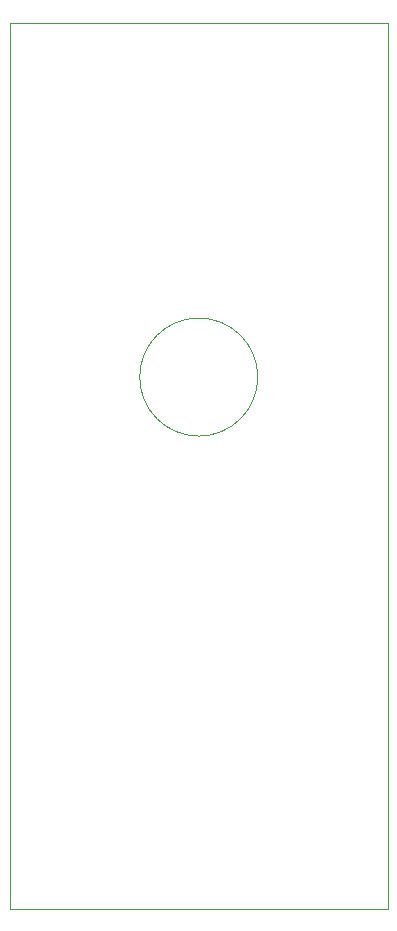
<source format=gbr>
%TF.GenerationSoftware,KiCad,Pcbnew,8.0.6*%
%TF.CreationDate,2024-10-28T22:07:04-04:00*%
%TF.ProjectId,VexQwiic,56657851-7769-4696-932e-6b696361645f,rev?*%
%TF.SameCoordinates,Original*%
%TF.FileFunction,Profile,NP*%
%FSLAX46Y46*%
G04 Gerber Fmt 4.6, Leading zero omitted, Abs format (unit mm)*
G04 Created by KiCad (PCBNEW 8.0.6) date 2024-10-28 22:07:04*
%MOMM*%
%LPD*%
G01*
G04 APERTURE LIST*
%TA.AperFunction,Profile*%
%ADD10C,0.050000*%
%TD*%
G04 APERTURE END LIST*
D10*
X154500000Y-80000000D02*
G75*
G02*
X144500000Y-80000000I-5000000J0D01*
G01*
X144500000Y-80000000D02*
G75*
G02*
X154500000Y-80000000I5000000J0D01*
G01*
X133500000Y-50000000D02*
X165500000Y-50000000D01*
X165500000Y-125000000D01*
X133500000Y-125000000D01*
X133500000Y-50000000D01*
M02*

</source>
